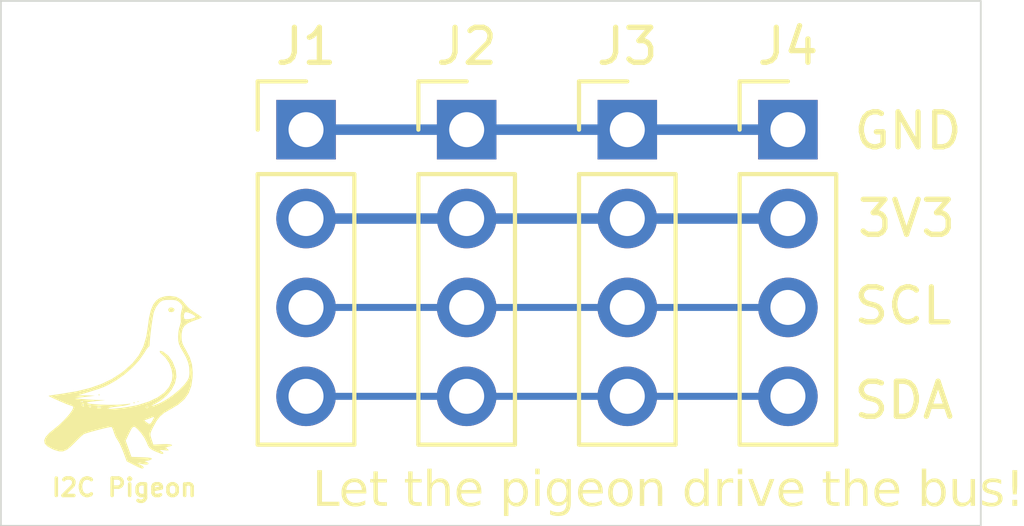
<source format=kicad_pcb>
(kicad_pcb (version 20241229) (generator "pcbnew") (generator_version "9.0")
  (layers (0 "F.Cu" signal) (2 "B.Cu" signal) (13 "F.Paste" user) (15 "B.Paste" user) (5 "F.SilkS" user "F.Silkscreen") (7 "B.SilkS" user "B.Silkscreen") (1 "F.Mask" user) (3 "B.Mask" user) (25 "Edge.Cuts" user))
  (net 0 "")
  (net 1 "Net-(J1-Pin_4)")
  (net 2 "Net-(J1-Pin_3)")
  (net 3 "Net-(J1-Pin_2)")
  (net 4 "Net-(J1-Pin_1)")
  (footprint "Connector_PinHeader_2.54mm:PinHeader_1x04_P2.54mm_Vertical" (layer "F.Cu") (at 55.49 41.68)
    (property "Reference" "J4" (at 0 -2.38 0) (layer "F.SilkS"))
    (property "Value" "1x4")
    (fp_line (start -1.38 -1.38) (end 0 -1.38) (stroke (width 0.12)) (layer "F.SilkS"))
    (fp_line (start -1.38 0) (end -1.38 -1.38) (stroke (width 0.12)) (layer "F.SilkS"))
    (fp_line (start -1.38 1.27) (end -1.38 9) (stroke (width 0.12)) (layer "F.SilkS"))
    (fp_line (start -1.38 1.27) (end 1.38 1.27) (stroke (width 0.12)) (layer "F.SilkS"))
    (fp_line (start -1.38 9) (end 1.38 9) (stroke (width 0.12)) (layer "F.SilkS"))
    (fp_line (start 1.38 1.27) (end 1.38 9) (stroke (width 0.12)) (layer "F.SilkS"))
    (pad "1" thru_hole rect (at 0 0) (size 1.7 1.7) (drill 1) (layers "*.Cu" "*.Mask") (net 4 "Net-(J1-Pin_1)"))
    (pad "2" thru_hole circle (at 0 2.54) (size 1.7 1.7) (drill 1) (layers "*.Cu" "*.Mask") (net 3 "Net-(J1-Pin_2)"))
    (pad "3" thru_hole circle (at 0 5.08) (size 1.7 1.7) (drill 1) (layers "*.Cu" "*.Mask") (net 2 "Net-(J1-Pin_3)"))
    (pad "4" thru_hole circle (at 0 7.62) (size 1.7 1.7) (drill 1) (layers "*.Cu" "*.Mask") (net 1 "Net-(J1-Pin_4)"))
  )
  (footprint "Connector_PinHeader_2.54mm:PinHeader_1x04_P2.54mm_Vertical" (layer "F.Cu") (at 41.72 41.68)
    (property "Reference" "J1" (at 0 -2.38 0) (layer "F.SilkS"))
    (property "Value" "1x4")
    (fp_line (start -1.38 -1.38) (end 0 -1.38) (stroke (width 0.12)) (layer "F.SilkS"))
    (fp_line (start -1.38 0) (end -1.38 -1.38) (stroke (width 0.12)) (layer "F.SilkS"))
    (fp_line (start -1.38 1.27) (end -1.38 9) (stroke (width 0.12)) (layer "F.SilkS"))
    (fp_line (start -1.38 1.27) (end 1.38 1.27) (stroke (width 0.12)) (layer "F.SilkS"))
    (fp_line (start -1.38 9) (end 1.38 9) (stroke (width 0.12)) (layer "F.SilkS"))
    (fp_line (start 1.38 1.27) (end 1.38 9) (stroke (width 0.12)) (layer "F.SilkS"))
    (pad "1" thru_hole rect (at 0 0) (size 1.7 1.7) (drill 1) (layers "*.Cu" "*.Mask") (net 4 "Net-(J1-Pin_1)"))
    (pad "2" thru_hole circle (at 0 2.54) (size 1.7 1.7) (drill 1) (layers "*.Cu" "*.Mask") (net 3 "Net-(J1-Pin_2)"))
    (pad "3" thru_hole circle (at 0 5.08) (size 1.7 1.7) (drill 1) (layers "*.Cu" "*.Mask") (net 2 "Net-(J1-Pin_3)"))
    (pad "4" thru_hole circle (at 0 7.62) (size 1.7 1.7) (drill 1) (layers "*.Cu" "*.Mask") (net 1 "Net-(J1-Pin_4)"))
  )
  (footprint "Library:pigeon" (layer "F.Cu") (at 36.5 48.9)
    (property "Reference" "G***" (hide yes))
    (property "Value" "LOGO" (hide yes))
    (fp_poly (pts (xy 0.435704 0.548665) (xy 0.419567 0.564802) (xy 0.40343 0.548665) (xy 0.419567 0.532528)) (fill yes) (layer "F.SilkS"))
    (fp_poly (pts (xy -0.672385 0.349639) (xy -0.676816 0.368826) (xy -0.693902 0.371155) (xy -0.720467 0.359347) (xy -0.715418 0.349639) (xy -0.677116 0.345777)) (fill yes) (layer "F.SilkS"))
    (fp_poly (pts (xy 0.328123 0.57556) (xy 0.323693 0.594747) (xy 0.306607 0.597077) (xy 0.280041 0.585268) (xy 0.28509 0.57556) (xy 0.323392 0.571698)) (fill yes) (layer "F.SilkS"))
    (fp_poly (pts (xy 1.446613 -2.108091) (xy 1.461652 -2.077808) (xy 1.444398 -2.031037) (xy 1.389656 -2.004837) (xy 1.323633 -2.0093) (xy 1.305985 -2.017853) (xy 1.281353 -2.064633) (xy 1.28613 -2.096847) (xy 1.328762 -2.135191) (xy 1.3924 -2.137839)) (fill yes) (layer "F.SilkS"))
    (fp_poly (pts (xy 1.50887 -2.443816) (xy 1.654546 -2.367148) (xy 1.761078 -2.244841) (xy 1.844863 -2.146098) (xy 1.969235 -2.043388) (xy 2.041282 -1.995569) (xy 2.139044 -1.933495) (xy 2.210714 -1.883937) (xy 2.242511 -1.856498) (xy 2.242998 -1.855035) (xy 2.214835 -1.837365) (xy 2.140267 -1.805999) (xy 2.034292 -1.767145) (xy 2.012686 -1.759715) (xy 1.853378 -1.693931) (xy 1.748782 -1.617459) (xy 1.689091 -1.517634) (xy 1.6645 -1.38179) (xy 1.662273 -1.307116) (xy 1.667933 -1.200581) (xy 1.690564 -1.109538) (xy 1.738427 -1.008991) (xy 1.789173 -0.92313) (xy 1.898419 -0.714408) (xy 1.960759 -0.510162) (xy 1.982018 -0.28658) (xy 1.978475 -0.14955) (xy 1.944631 0.096438) (xy 1.870276 0.303318) (xy 1.749575 0.479401) (xy 1.576696 0.632998) (xy 1.345804 0.772418) (xy 1.323252 0.783914) (xy 1.167204 0.874115) (xy 1.047908 0.975129) (xy 0.948295 1.104723) (xy 0.856936 1.269316) (xy 0.804404 1.377301) (xy 0.777687 1.449618) (xy 0.773643 1.508289) (xy 0.78913 1.575337) (xy 0.805917 1.627019) (xy 0.856883 1.780464) (xy 1.10996 1.765813) (xy 1.23749 1.763363) (xy 1.331478 1.770745) (xy 1.384967 1.785397) (xy 1.390998 1.804761) (xy 1.342612 1.826277) (xy 1.300881 1.836049) (xy 1.233897 1.852253) (xy 1.222807 1.870974) (xy 1.259922 1.905868) (xy 1.261061 1.906791) (xy 1.292361 1.93575) (xy 1.285095 1.948089) (xy 1.229682 1.947081) (xy 1.16188 1.940672) (xy 1.072638 1.933316) (xy 1.040524 1.936688) (xy 1.058793 1.952217) (xy 1.073125 1.959478) (xy 1.129 1.998385) (xy 1.14561 2.033612) (xy 1.115732 2.049417) (xy 1.114388 2.049427) (xy 1.069825 2.037184) (xy 0.986777 2.00549) (xy 0.908179 1.972098) (xy 0.805665 1.921958) (xy 0.74297 1.871414) (xy 0.699053 1.798556) (xy 0.668001 1.721971) (xy 0.603263 1.592696) (xy 0.510633 1.457291) (xy 0.453951 1.390646) (xy 0.376734 1.311273) (xy 0.32138 1.271515) (xy 0.27709 1.275536) (xy 0.233065 1.327501) (xy 0.178508 1.431575) (xy 0.140586 1.511503) (xy 0.067148 1.667479) (xy 0.149797 1.898796) (xy 0.232445 2.130114) (xy 0.529997 2.139423) (xy 0.679998 2.146843) (xy 0.771958 2.158495) (xy 0.812308 2.175473) (xy 0.81472 2.187835) (xy 0.777007 2.217525) (xy 0.701871 2.238223) (xy 0.691415 2.239587) (xy 0.624263 2.249345) (xy 0.616325 2.25916) (xy 0.655462 2.271862) (xy 0.708781 2.298308) (xy 0.720011 2.32376) (xy 0.700429 2.346174) (xy 0.651809 2.351563) (xy 0.560561 2.340286) (xy 0.500253 2.329549) (xy 0.387293 2.308454) (xy 0.49366 2.357145) (xy 0.558025 2.396374) (xy 0.582269 2.431616) (xy 0.58051 2.437415) (xy 0.560465 2.459926) (xy 0.529556 2.464214) (xy 0.475076 2.446913) (xy 0.384313 2.404661) (xy 0.303546 2.364103) (xy 0.096823 2.259211) (xy -0.000001 1.998446) (xy -0.053103 1.866887) (xy -0.10804 1.749353) (xy -0.154898 1.666621) (xy -0.164821 1.653017) (xy -0.216263 1.567956) (xy -0.262598 1.457719) (xy -0.273908 1.421597) (xy -0.302862 1.335449) (xy -0.329921 1.282661) (xy -0.340216 1.27484) (xy -0.401122 1.28326) (xy -0.505813 1.305636) (xy -0.637946 1.337639) (xy -0.78118 1.374942) (xy -0.919173 1.413218) (xy -1.035582 1.448139) (xy -1.114067 1.475378) (xy -1.134721 1.485234) (xy -1.19054 1.530505) (xy -1.273085 1.607736) (xy -1.365606 1.701174) (xy -1.37634 1.71247) (xy -1.511445 1.84682) (xy -1.623153 1.932466) (xy -1.7252 1.973505) (xy -1.831326 1.974029) (xy -1.955266 1.938134) (xy -2.029639 1.907177) (xy -2.167352 1.831282) (xy -2.245096 1.749888) (xy -2.262572 1.660073) (xy -2.219481 1.558912) (xy -2.115525 1.443484) (xy -1.970163 1.325342) (xy -1.847777 1.226324) (xy -1.728054 1.114611) (xy -1.702177 1.08735) (xy 0.597529 1.08735) (xy 0.669759 1.145839) (xy 0.728943 1.184821) (xy 0.772121 1.180141) (xy 0.81502 1.125303) (xy 0.842626 1.074442) (xy 0.87432 1.009128) (xy 0.873795 0.987616) (xy 0.839627 0.996977) (xy 0.834328 0.999104) (xy 0.758473 1.028467) (xy 0.686058 1.055299) (xy 0.597529 1.08735) (xy -1.702177 1.08735) (xy -1.618764 0.999476) (xy -1.527676 0.890195) (xy -1.462558 0.79604) (xy -1.431179 0.726287) (xy -1.434145 0.713282) (xy -0.760427 0.713282) (xy -0.715799 0.718375) (xy -0.693902 0.718687) (xy -0.635184 0.715322) (xy -0.628264 0.706944) (xy -0.637421 0.703927) (xy -0.719277 0.698908) (xy -0.750382 0.703927) (xy -0.760427 0.713282) (xy -1.434145 0.713282) (xy -1.439132 0.691414) (xy -1.480253 0.672384) (xy -0.973614 0.672384) (xy -0.969183 0.691571) (xy -0.952097 0.6939) (xy -0.925532 0.682091) (xy -0.930581 0.672384) (xy -0.968883 0.668521) (xy -0.973614 0.672384) (xy -1.480253 0.672384) (xy -1.495046 0.665538) (xy -1.513063 0.66212) (xy -1.552965 0.650071) (xy -1.578393 0.640109) (xy -1.16726 0.640109) (xy -1.16283 0.659296) (xy -1.145744 0.661626) (xy -1.119179 0.649817) (xy -1.124228 0.640109) (xy -1.16253 0.636247) (xy -1.16726 0.640109) (xy -1.578393 0.640109) (xy -1.632964 0.61873) (xy -1.738469 0.57453) (xy -1.810311 0.543286) (xy -1.199535 0.543286) (xy -1.195105 0.562473) (xy -1.178019 0.564802) (xy -1.151453 0.552993) (xy -1.156502 0.543286) (xy -1.194805 0.539423) (xy -1.199535 0.543286) (xy -1.810311 0.543286) (xy -1.854891 0.523898) (xy -1.96764 0.473266) (xy -2.008787 0.454016) (xy -1.387803 0.454016) (xy -1.161881 0.476905) (xy -1.005097 0.490082) (xy -0.835344 0.500286) (xy -0.726176 0.504317) (xy -0.516392 0.508839) (xy -0.770745 0.535668) (xy -0.891849 0.549982) (xy -0.985746 0.563974) (xy -1.03595 0.575103) (xy -1.039727 0.577125) (xy -1.027393 0.594374) (xy -0.961597 0.609653) (xy -0.853408 0.622516) (xy -0.713895 0.632517) (xy -0.554128 0.639212) (xy -0.385175 0.642155) (xy -0.218106 0.640902) (xy -0.063989 0.635006) (xy 0.066107 0.624022) (xy 0.080685 0.622196) (xy 0.174554 0.611966) (xy 0.208236 0.614261) (xy 0.184919 0.629337) (xy 0.182302 0.630436) (xy 0.114362 0.649073) (xy 0.003966 0.669577) (xy -0.127056 0.687995) (xy -0.150534 0.690715) (xy -0.273538 0.706858) (xy -0.370625 0.724037) (xy -0.424779 0.739113) (xy -0.42966 0.74223) (xy -0.416497 0.753943) (xy -0.351837 0.755897) (xy -0.247763 0.749476) (xy -0.116358 0.736061) (xy 0.030294 0.717034) (xy 0.075367 0.710037) (xy 0.661626 0.710037) (xy 0.677763 0.726174) (xy 0.6939 0.710037) (xy 0.677763 0.6939) (xy 0.661626 0.710037) (xy 0.075367 0.710037) (xy 0.180111 0.693777) (xy 0.321009 0.667671) (xy 0.422945 0.644725) (xy 0.726124 0.549832) (xy 0.975933 0.431688) (xy 1.170411 0.291968) (xy 1.307599 0.132347) (xy 1.385536 -0.045498) (xy 1.403938 -0.193629) (xy 1.377894 -0.372948) (xy 1.307171 -0.550568) (xy 1.202886 -0.703156) (xy 1.127423 -0.774064) (xy 1.058401 -0.838431) (xy 1.03569 -0.884087) (xy 1.058159 -0.90165) (xy 1.124679 -0.881739) (xy 1.139505 -0.874359) (xy 1.286996 -0.761565) (xy 1.404766 -0.593357) (xy 1.490933 -0.372558) (xy 1.502185 -0.330462) (xy 1.515511 -0.150674) (xy 1.471602 0.034437) (xy 1.37614 0.215766) (xy 1.234805 0.384209) (xy 1.053279 0.53066) (xy 0.915121 0.610398) (xy 0.836419 0.652636) (xy 0.811357 0.672939) (xy 0.833325 0.672533) (xy 0.895715 0.652649) (xy 0.991918 0.614516) (xy 1.065056 0.582514) (xy 1.240716 0.485993) (xy 1.428173 0.354797) (xy 1.604349 0.206876) (xy 1.746166 0.060177) (xy 1.762437 0.040161) (xy 1.834785 -0.058942) (xy 1.872711 -0.138954) (xy 1.886727 -0.227124) (xy 1.888055 -0.285514) (xy 1.879777 -0.436761) (xy 1.85035 -0.571522) (xy 1.792883 -0.711267) (xy 1.700486 -0.877468) (xy 1.695351 -0.885988) (xy 1.627116 -1.004973) (xy 1.587922 -1.096315) (xy 1.569985 -1.185385) (xy 1.565517 -1.297553) (xy 1.565509 -1.309057) (xy 1.573089 -1.438725) (xy 1.592733 -1.55091) (xy 1.611919 -1.605486) (xy 1.643164 -1.724523) (xy 1.639461 -1.809117) (xy 1.638186 -1.892006) (xy 1.726685 -1.892006) (xy 1.739319 -1.826323) (xy 1.750374 -1.810575) (xy 1.795812 -1.80084) (xy 1.87678 -1.807147) (xy 1.967412 -1.825611) (xy 2.041842 -1.852346) (xy 2.047089 -1.855151) (xy 2.060256 -1.879175) (xy 2.022238 -1.913899) (xy 1.955205 -1.951279) (xy 1.864658 -1.989559) (xy 1.792739 -2.006193) (xy 1.771965 -2.004283) (xy 1.738811 -1.962491) (xy 1.726685 -1.892006) (xy 1.638186 -1.892006) (xy 1.637794 -1.917451) (xy 1.657857 -2.03497) (xy 1.663304 -2.052975) (xy 1.68729 -2.137614) (xy 1.682598 -2.191422) (xy 1.643102 -2.244053) (xy 1.618693 -2.268913) (xy 1.561724 -2.317717) (xy 1.500408 -2.344063) (xy 1.41242 -2.354567) (xy 1.324638 -2.356036) (xy 1.205868 -2.352737) (xy 1.128071 -2.337955) (xy 1.067805 -2.304367) (xy 1.01758 -2.26011) (xy 0.935632 -2.151581) (xy 0.874915 -2.014246) (xy 0.871246 -2.001914) (xy 0.8509 -1.909796) (xy 0.827779 -1.773329) (xy 0.80423 -1.610832) (xy 0.782598 -1.440626) (xy 0.765228 -1.281031) (xy 0.754465 -1.150369) (xy 0.752348 -1.073127) (xy 0.740991 -1.025271) (xy 0.726537 -1.016646) (xy 0.697591 -0.990671) (xy 0.648931 -0.922695) (xy 0.59322 -0.831068) (xy 0.452363 -0.62898) (xy 0.262545 -0.42403) (xy 0.037664 -0.228041) (xy -0.208385 -0.052833) (xy -0.461703 0.089771) (xy -0.522551 0.11806) (xy -0.624229 0.158371) (xy -0.764236 0.207542) (xy -0.918657 0.257338) (xy -0.984372 0.277136) (xy -1.290979 0.367219) (xy -1.048921 0.373859) (xy -0.806862 0.380499) (xy -1.097332 0.417257) (xy -1.387803 0.454016) (xy -2.008787 0.454016) (xy -2.062125 0.429063) (xy -2.123757 0.39772) (xy -2.13948 0.386048) (xy -2.105759 0.37831) (xy -2.020898 0.364069) (xy -1.89774 0.345361) (xy -1.750302 0.324383) (xy -1.322439 0.252108) (xy -0.947832 0.159426) (xy -0.617493 0.043027) (xy -0.322436 -0.1004) (xy -0.053673 -0.274166) (xy 0.013934 -0.325447) (xy 0.255857 -0.541677) (xy 0.439552 -0.7704) (xy 0.5711 -1.022642) (xy 0.656581 -1.309428) (xy 0.694742 -1.559808) (xy 0.732723 -1.839417) (xy 0.785143 -2.060517) (xy 0.85555 -2.228224) (xy 0.947491 -2.347652) (xy 1.064514 -2.423917) (xy 1.210169 -2.462132) (xy 1.325406 -2.468997)) (fill yes) (layer "F.SilkS"))
  )
  (footprint "Connector_PinHeader_2.54mm:PinHeader_1x04_P2.54mm_Vertical" (layer "F.Cu") (at 46.31 41.68)
    (property "Reference" "J2" (at 0 -2.38 0) (layer "F.SilkS"))
    (property "Value" "1x4")
    (fp_line (start -1.38 -1.38) (end 0 -1.38) (stroke (width 0.12)) (layer "F.SilkS"))
    (fp_line (start -1.38 0) (end -1.38 -1.38) (stroke (width 0.12)) (layer "F.SilkS"))
    (fp_line (start -1.38 1.27) (end -1.38 9) (stroke (width 0.12)) (layer "F.SilkS"))
    (fp_line (start -1.38 1.27) (end 1.38 1.27) (stroke (width 0.12)) (layer "F.SilkS"))
    (fp_line (start -1.38 9) (end 1.38 9) (stroke (width 0.12)) (layer "F.SilkS"))
    (fp_line (start 1.38 1.27) (end 1.38 9) (stroke (width 0.12)) (layer "F.SilkS"))
    (pad "1" thru_hole rect (at 0 0) (size 1.7 1.7) (drill 1) (layers "*.Cu" "*.Mask") (net 4 "Net-(J1-Pin_1)"))
    (pad "2" thru_hole circle (at 0 2.54) (size 1.7 1.7) (drill 1) (layers "*.Cu" "*.Mask") (net 3 "Net-(J1-Pin_2)"))
    (pad "3" thru_hole circle (at 0 5.08) (size 1.7 1.7) (drill 1) (layers "*.Cu" "*.Mask") (net 2 "Net-(J1-Pin_3)"))
    (pad "4" thru_hole circle (at 0 7.62) (size 1.7 1.7) (drill 1) (layers "*.Cu" "*.Mask") (net 1 "Net-(J1-Pin_4)"))
  )
  (footprint "Connector_PinHeader_2.54mm:PinHeader_1x04_P2.54mm_Vertical" (layer "F.Cu") (at 50.9 41.68)
    (property "Reference" "J3" (at 0 -2.38 0) (layer "F.SilkS"))
    (property "Value" "1x4")
    (fp_line (start -1.38 -1.38) (end 0 -1.38) (stroke (width 0.12)) (layer "F.SilkS"))
    (fp_line (start -1.38 0) (end -1.38 -1.38) (stroke (width 0.12)) (layer "F.SilkS"))
    (fp_line (start -1.38 1.27) (end -1.38 9) (stroke (width 0.12)) (layer "F.SilkS"))
    (fp_line (start -1.38 1.27) (end 1.38 1.27) (stroke (width 0.12)) (layer "F.SilkS"))
    (fp_line (start -1.38 9) (end 1.38 9) (stroke (width 0.12)) (layer "F.SilkS"))
    (fp_line (start 1.38 1.27) (end 1.38 9) (stroke (width 0.12)) (layer "F.SilkS"))
    (pad "1" thru_hole rect (at 0 0) (size 1.7 1.7) (drill 1) (layers "*.Cu" "*.Mask") (net 4 "Net-(J1-Pin_1)"))
    (pad "2" thru_hole circle (at 0 2.54) (size 1.7 1.7) (drill 1) (layers "*.Cu" "*.Mask") (net 3 "Net-(J1-Pin_2)"))
    (pad "3" thru_hole circle (at 0 5.08) (size 1.7 1.7) (drill 1) (layers "*.Cu" "*.Mask") (net 2 "Net-(J1-Pin_3)"))
    (pad "4" thru_hole circle (at 0 7.62) (size 1.7 1.7) (drill 1) (layers "*.Cu" "*.Mask") (net 1 "Net-(J1-Pin_4)"))
  )
  (footprint "MountingHole:MountingHole_3mm" (layer "F.Cu") (at 36.3 41.4)
    (property "Reference" "REF**" (hide yes))
    (property "Value" "MountingHole_3mm" (hide yes))
    (pad "" np_thru_hole circle (at 0 0) (size 3 3) (drill 3) (layers "*.Cu" "*.Mask"))
  )
  (gr_rect (start 33 38) (end 61 53) (stroke (width 0.05)) (fill no) (layer "Edge.Cuts"))
  (gr_text "SCL" (at 57.3 47.3 0) (layer "F.SilkS") (effects (font (size 1 1)) (justify left bottom)))
  (gr_text "Let the pigeon drive the bus!" (at 41.9 52.6 0) (layer "F.SilkS") (effects (font (size 1 1) (thickness 0.1)) (justify left bottom)))
  (gr_text "3V3" (at 57.4 44.8 0) (layer "F.SilkS") (effects (font (size 1 1)) (justify left bottom)))
  (gr_text "I2C Pigeon" (at 34.4 52.2 0) (layer "F.SilkS") (effects (font (size 0.5 0.5) (thickness 0.1)) (justify left bottom)))
  (gr_text "GND" (at 57.3 42.3 0) (layer "F.SilkS") (effects (font (size 1 1)) (justify left bottom)))
  (gr_text "SDA" (at 57.3 50 0) (layer "F.SilkS") (effects (font (size 1 1)) (justify left bottom)))
  (segment (start 50.9 49.3) (end 55.49 49.3) (width 0.2) (layer "B.Cu") (net 1))
  (segment (start 41.72 49.3) (end 46.31 49.3) (width 0.2) (layer "B.Cu") (net 1))
  (segment (start 46.31 49.3) (end 50.9 49.3) (width 0.2) (layer "B.Cu") (net 1))
  (segment (start 41.72 46.76) (end 46.31 46.76) (width 0.2) (layer "B.Cu") (net 2))
  (segment (start 50.9 46.76) (end 55.49 46.76) (width 0.2) (layer "B.Cu") (net 2))
  (segment (start 46.31 46.76) (end 50.9 46.76) (width 0.2) (layer "B.Cu") (net 2))
  (segment (start 46.31 44.22) (end 50.9 44.22) (width 0.3) (layer "B.Cu") (net 3))
  (segment (start 50.9 44.22) (end 55.49 44.22) (width 0.3) (layer "B.Cu") (net 3))
  (segment (start 41.72 44.22) (end 46.31 44.22) (width 0.3) (layer "B.Cu") (net 3))
  (segment (start 50.9 41.68) (end 55.49 41.68) (width 0.3) (layer "B.Cu") (net 4))
  (segment (start 41.72 41.68) (end 46.31 41.68) (width 0.3) (layer "B.Cu") (net 4))
  (segment (start 46.31 41.68) (end 50.9 41.68) (width 0.3) (layer "B.Cu") (net 4))
)
</source>
